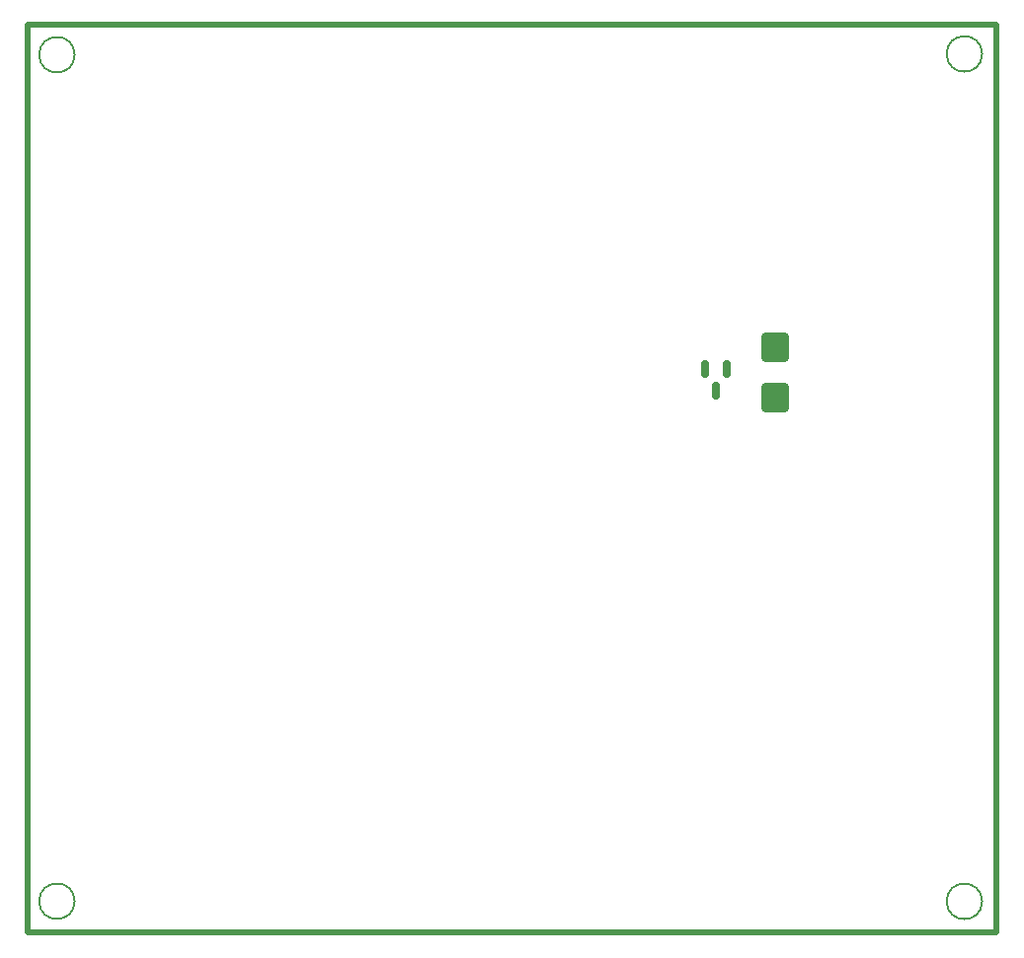
<source format=gbp>
%TF.GenerationSoftware,KiCad,Pcbnew,7.0.2-6a45011f42~172~ubuntu22.10.1*%
%TF.CreationDate,2023-05-26T16:24:23+05:00*%
%TF.ProjectId,IOTV,494f5456-2e6b-4696-9361-645f70636258,rev?*%
%TF.SameCoordinates,Original*%
%TF.FileFunction,Paste,Bot*%
%TF.FilePolarity,Positive*%
%FSLAX46Y46*%
G04 Gerber Fmt 4.6, Leading zero omitted, Abs format (unit mm)*
G04 Created by KiCad (PCBNEW 7.0.2-6a45011f42~172~ubuntu22.10.1) date 2023-05-26 16:24:23*
%MOMM*%
%LPD*%
G01*
G04 APERTURE LIST*
G04 Aperture macros list*
%AMRoundRect*
0 Rectangle with rounded corners*
0 $1 Rounding radius*
0 $2 $3 $4 $5 $6 $7 $8 $9 X,Y pos of 4 corners*
0 Add a 4 corners polygon primitive as box body*
4,1,4,$2,$3,$4,$5,$6,$7,$8,$9,$2,$3,0*
0 Add four circle primitives for the rounded corners*
1,1,$1+$1,$2,$3*
1,1,$1+$1,$4,$5*
1,1,$1+$1,$6,$7*
1,1,$1+$1,$8,$9*
0 Add four rect primitives between the rounded corners*
20,1,$1+$1,$2,$3,$4,$5,0*
20,1,$1+$1,$4,$5,$6,$7,0*
20,1,$1+$1,$6,$7,$8,$9,0*
20,1,$1+$1,$8,$9,$2,$3,0*%
G04 Aperture macros list end*
%ADD10RoundRect,0.150000X-0.150000X0.587500X-0.150000X-0.587500X0.150000X-0.587500X0.150000X0.587500X0*%
%ADD11RoundRect,0.250000X-0.900000X1.000000X-0.900000X-1.000000X0.900000X-1.000000X0.900000X1.000000X0*%
%TA.AperFunction,Profile*%
%ADD12C,0.150000*%
%TD*%
%TA.AperFunction,Profile*%
%ADD13C,0.500000*%
%TD*%
G04 APERTURE END LIST*
D10*
%TO.C,Q1*%
X159704000Y-77736500D03*
X161604000Y-77736500D03*
X160654000Y-79611500D03*
%TD*%
D11*
%TO.C,D5*%
X165694000Y-75904000D03*
X165694000Y-80204000D03*
%TD*%
D12*
X105664000Y-123444000D02*
G75*
G03*
X105664000Y-123444000I-1524000J0D01*
G01*
D13*
X101600000Y-48260000D02*
X184694000Y-48260000D01*
X184694000Y-126104000D01*
X101600000Y-126104000D01*
X101600000Y-48260000D01*
D12*
X105664000Y-50800000D02*
G75*
G03*
X105664000Y-50800000I-1524000J0D01*
G01*
X183468000Y-123454000D02*
G75*
G03*
X183468000Y-123454000I-1524000J0D01*
G01*
X183468000Y-50728000D02*
G75*
G03*
X183468000Y-50728000I-1524000J0D01*
G01*
M02*

</source>
